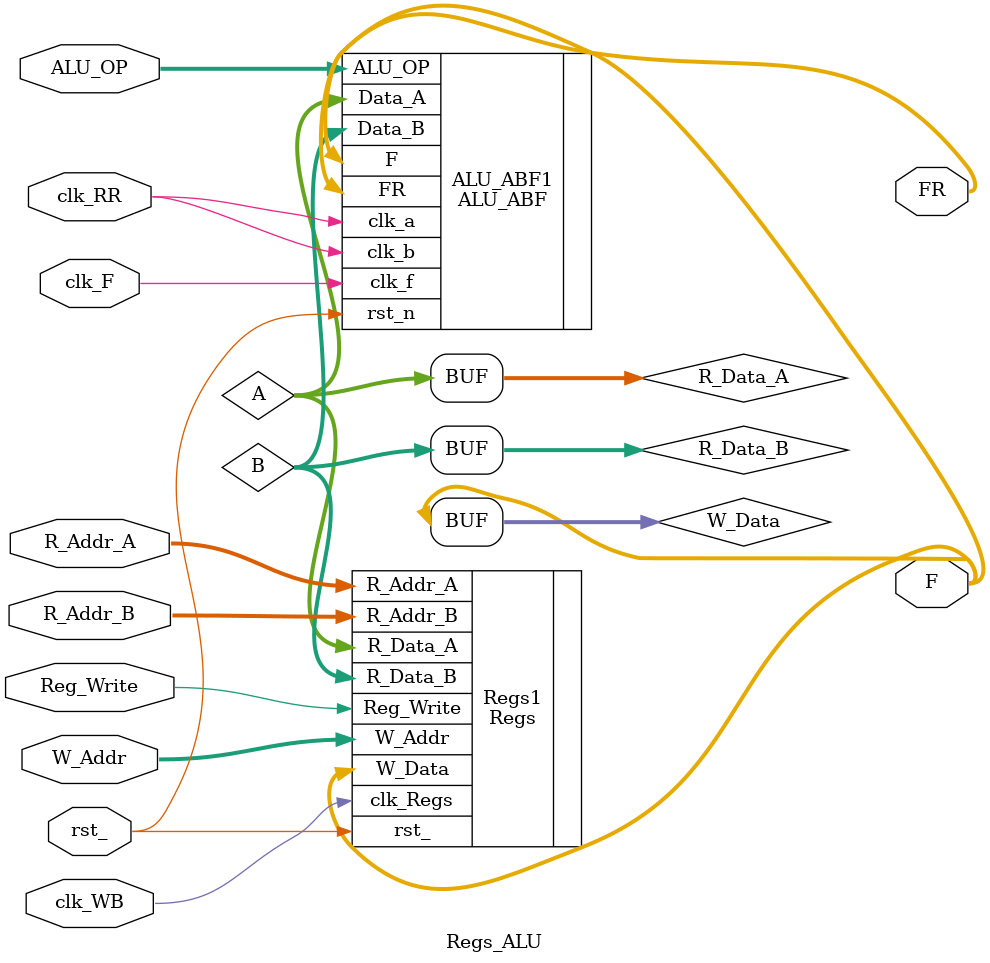
<source format=v>
`timescale 1ns / 1ps


module Regs_ALU(
        input rst_,
        input clk_WB,
        input clk_RR,
        input clk_F,
        input Reg_Write,
        input [3:0] ALU_OP,
        input [4:0] R_Addr_A,
        input [4:0] R_Addr_B,
        input [4:0] W_Addr,
        output [3:0] FR,
        output [31:0] F
    );
    
        wire [31:0] R_Data_A, R_Data_B;
        wire [31:0] A,B;
        wire [31:0] W_Data;//´ÓALU¼ÆËã³öÀ´µÄF
        assign W_Data = F;
        ALU_ABF ALU_ABF1(
                .clk_f(clk_F),
                .clk_a(clk_RR),
                .clk_b(clk_RR),
                .rst_n(rst_),
                .ALU_OP(ALU_OP),
                .Data_A(A),
                .Data_B(B),
                .F(F),
                .FR(FR)
                );
         
        Regs Regs1(
                .rst_(rst_),
                .clk_Regs(clk_WB),
                .Reg_Write(Reg_Write),
                .R_Addr_A(R_Addr_A),
                .R_Addr_B(R_Addr_B),
                .W_Addr(W_Addr),
                .W_Data(W_Data),
                .R_Data_A(R_Data_A),
                .R_Data_B(R_Data_B)
                );
                 
        assign A = R_Data_A;
        assign B = R_Data_B;     
endmodule

</source>
